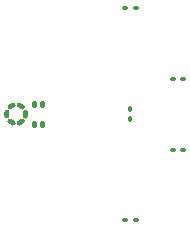
<source format=gbr>
%TF.GenerationSoftware,KiCad,Pcbnew,9.0.0*%
%TF.CreationDate,2025-03-06T01:46:26+08:00*%
%TF.ProjectId,HighDRMic_EVB,48696768-4452-44d6-9963-5f4556422e6b,rev?*%
%TF.SameCoordinates,Original*%
%TF.FileFunction,Paste,Top*%
%TF.FilePolarity,Positive*%
%FSLAX46Y46*%
G04 Gerber Fmt 4.6, Leading zero omitted, Abs format (unit mm)*
G04 Created by KiCad (PCBNEW 9.0.0) date 2025-03-06 01:46:26*
%MOMM*%
%LPD*%
G01*
G04 APERTURE LIST*
G04 Aperture macros list*
%AMRoundRect*
0 Rectangle with rounded corners*
0 $1 Rounding radius*
0 $2 $3 $4 $5 $6 $7 $8 $9 X,Y pos of 4 corners*
0 Add a 4 corners polygon primitive as box body*
4,1,4,$2,$3,$4,$5,$6,$7,$8,$9,$2,$3,0*
0 Add four circle primitives for the rounded corners*
1,1,$1+$1,$2,$3*
1,1,$1+$1,$4,$5*
1,1,$1+$1,$6,$7*
1,1,$1+$1,$8,$9*
0 Add four rect primitives between the rounded corners*
20,1,$1+$1,$2,$3,$4,$5,0*
20,1,$1+$1,$4,$5,$6,$7,0*
20,1,$1+$1,$6,$7,$8,$9,0*
20,1,$1+$1,$8,$9,$2,$3,0*%
G04 Aperture macros list end*
%ADD10C,0.400000*%
%ADD11RoundRect,0.090000X0.139000X0.090000X-0.139000X0.090000X-0.139000X-0.090000X0.139000X-0.090000X0*%
%ADD12RoundRect,0.090000X-0.139000X-0.090000X0.139000X-0.090000X0.139000X0.090000X-0.139000X0.090000X0*%
%ADD13RoundRect,0.090000X0.090000X-0.139000X0.090000X0.139000X-0.090000X0.139000X-0.090000X-0.139000X0*%
G04 APERTURE END LIST*
D10*
%TO.C,MK1*%
X157800000Y-99050000D02*
X157800000Y-99250000D01*
X157800000Y-100750000D02*
X157800000Y-100950000D01*
X158500000Y-99050000D02*
X158500000Y-99250000D01*
X158500000Y-100750000D02*
X158500000Y-100950000D01*
X155536554Y-100161902D02*
G75*
G02*
X155536554Y-99838098I783446J161902D01*
G01*
X155788065Y-99402467D02*
G75*
G02*
X156068489Y-99240564I531935J-597533D01*
G01*
X156068489Y-100759435D02*
G75*
G02*
X155788066Y-100597532I251511J759435D01*
G01*
X156571511Y-99240565D02*
G75*
G02*
X156851934Y-99402468I-251511J-759435D01*
G01*
X156851935Y-100597533D02*
G75*
G02*
X156571511Y-100759435I-531915J597503D01*
G01*
X157103446Y-99838098D02*
G75*
G02*
X157103446Y-100161902I-783446J-161902D01*
G01*
%TD*%
D11*
%TO.C,C1*%
X166432500Y-109000000D03*
X165567500Y-109000000D03*
%TD*%
D12*
%TO.C,C2*%
X165567500Y-91000000D03*
X166432500Y-91000000D03*
%TD*%
%TO.C,R1*%
X169567500Y-103000000D03*
X170432500Y-103000000D03*
%TD*%
D13*
%TO.C,C3*%
X166000000Y-100432500D03*
X166000000Y-99567500D03*
%TD*%
D12*
%TO.C,R2*%
X169567500Y-97000000D03*
X170432500Y-97000000D03*
%TD*%
M02*

</source>
